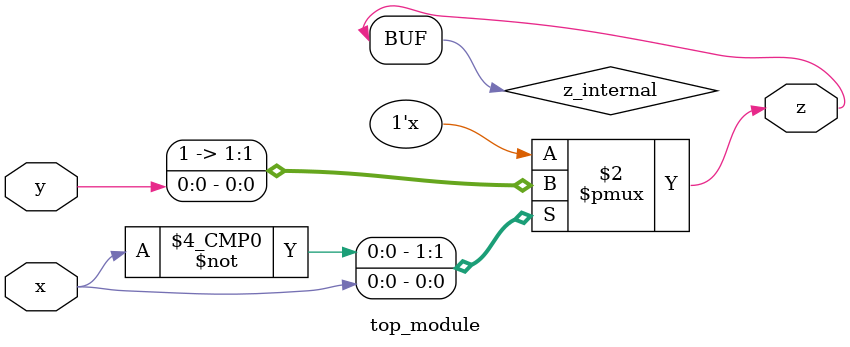
<source format=sv>
module top_module(
	input x,
	input y,
	output z);

	// Declare internal signals
	reg z_internal;

	// Assignments
	always @(x, y) begin
		// Your logic here
		case(x)
			1'b0: z_internal = 1'b1;
			1'b1: z_internal = y;
		endcase
	end

	// Output assignment
	assign z = z_internal;

endmodule

</source>
